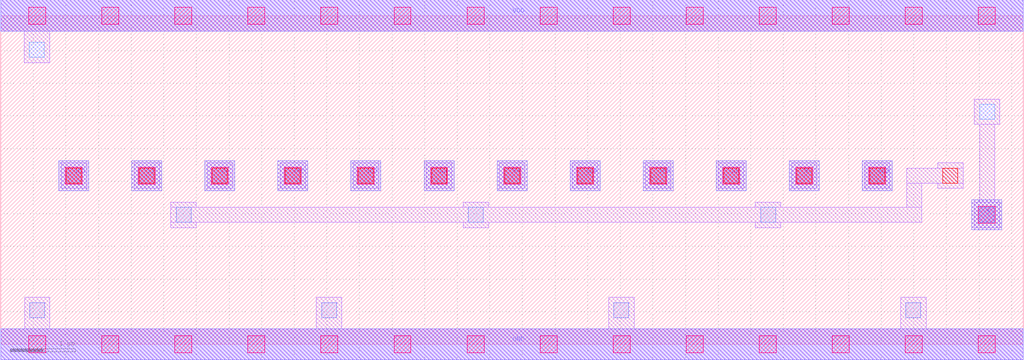
<source format=lef>
MACRO MUX6
 CLASS CORE ;
 FOREIGN MUX6 0 0 ;
 SIZE 15.68 BY 5.04 ;
 ORIGIN 0 0 ;
 SYMMETRY X Y R90 ;
 SITE unit ;
  PIN VDD
   DIRECTION INOUT ;
   USE POWER ;
   SHAPE ABUTMENT ;
    PORT
     CLASS CORE ;
       LAYER met1 ;
        RECT 0.00000000 4.80000000 15.68000000 5.28000000 ;
       LAYER met2 ;
        RECT 0.00000000 4.80000000 15.68000000 5.28000000 ;
    END
  END VDD

  PIN GND
   DIRECTION INOUT ;
   USE POWER ;
   SHAPE ABUTMENT ;
    PORT
     CLASS CORE ;
       LAYER met1 ;
        RECT 0.00000000 -0.24000000 15.68000000 0.24000000 ;
       LAYER met2 ;
        RECT 0.00000000 -0.24000000 15.68000000 0.24000000 ;
    END
  END GND

  PIN Z
   DIRECTION INOUT ;
   USE SIGNAL ;
   SHAPE ABUTMENT ;
    PORT
     CLASS CORE ;
       LAYER met2 ;
        RECT 14.89000000 1.75500000 15.35000000 2.21500000 ;
    END
  END Z

  PIN S2
   DIRECTION INOUT ;
   USE SIGNAL ;
   SHAPE ABUTMENT ;
    PORT
     CLASS CORE ;
       LAYER met2 ;
        RECT 12.09000000 2.35700000 12.55000000 2.81700000 ;
    END
  END S2

  PIN S5
   DIRECTION INOUT ;
   USE SIGNAL ;
   SHAPE ABUTMENT ;
    PORT
     CLASS CORE ;
       LAYER met2 ;
        RECT 10.97000000 2.35700000 11.43000000 2.81700000 ;
    END
  END S5

  PIN IN3
   DIRECTION INOUT ;
   USE SIGNAL ;
   SHAPE ABUTMENT ;
    PORT
     CLASS CORE ;
       LAYER met2 ;
        RECT 5.37000000 2.35700000 5.83000000 2.81700000 ;
    END
  END IN3

  PIN S0
   DIRECTION INOUT ;
   USE SIGNAL ;
   SHAPE ABUTMENT ;
    PORT
     CLASS CORE ;
       LAYER met2 ;
        RECT 3.13000000 2.35700000 3.59000000 2.81700000 ;
    END
  END S0

  PIN IN0
   DIRECTION INOUT ;
   USE SIGNAL ;
   SHAPE ABUTMENT ;
    PORT
     CLASS CORE ;
       LAYER met2 ;
        RECT 4.25000000 2.35700000 4.71000000 2.81700000 ;
    END
  END IN0

  PIN IN5
   DIRECTION INOUT ;
   USE SIGNAL ;
   SHAPE ABUTMENT ;
    PORT
     CLASS CORE ;
       LAYER met2 ;
        RECT 9.85000000 2.35700000 10.31000000 2.81700000 ;
    END
  END IN5

  PIN IN2
   DIRECTION INOUT ;
   USE SIGNAL ;
   SHAPE ABUTMENT ;
    PORT
     CLASS CORE ;
       LAYER met2 ;
        RECT 13.21000000 2.35700000 13.67000000 2.81700000 ;
    END
  END IN2

  PIN IN4
   DIRECTION INOUT ;
   USE SIGNAL ;
   SHAPE ABUTMENT ;
    PORT
     CLASS CORE ;
       LAYER met2 ;
        RECT 8.73000000 2.35700000 9.19000000 2.81700000 ;
    END
  END IN4

  PIN S1
   DIRECTION INOUT ;
   USE SIGNAL ;
   SHAPE ABUTMENT ;
    PORT
     CLASS CORE ;
       LAYER met2 ;
        RECT 2.01000000 2.35700000 2.47000000 2.81700000 ;
    END
  END S1

  PIN S4
   DIRECTION INOUT ;
   USE SIGNAL ;
   SHAPE ABUTMENT ;
    PORT
     CLASS CORE ;
       LAYER met2 ;
        RECT 7.61000000 2.35700000 8.07000000 2.81700000 ;
    END
  END S4

  PIN IN1
   DIRECTION INOUT ;
   USE SIGNAL ;
   SHAPE ABUTMENT ;
    PORT
     CLASS CORE ;
       LAYER met2 ;
        RECT 0.89000000 2.35700000 1.35000000 2.81700000 ;
    END
  END IN1

  PIN S3
   DIRECTION INOUT ;
   USE SIGNAL ;
   SHAPE ABUTMENT ;
    PORT
     CLASS CORE ;
       LAYER met2 ;
        RECT 6.49000000 2.35700000 6.95000000 2.81700000 ;
    END
  END S3

 OBS
    LAYER polycont ;
     RECT 1.00500000 2.47200000 1.23500000 2.70200000 ;
     RECT 2.12500000 2.47200000 2.35500000 2.70200000 ;
     RECT 3.24500000 2.47200000 3.47500000 2.70200000 ;
     RECT 4.36500000 2.47200000 4.59500000 2.70200000 ;
     RECT 5.48500000 2.47200000 5.71500000 2.70200000 ;
     RECT 6.60500000 2.47200000 6.83500000 2.70200000 ;
     RECT 7.72500000 2.47200000 7.95500000 2.70200000 ;
     RECT 8.84500000 2.47200000 9.07500000 2.70200000 ;
     RECT 9.96500000 2.47200000 10.19500000 2.70200000 ;
     RECT 11.08500000 2.47200000 11.31500000 2.70200000 ;
     RECT 12.20500000 2.47200000 12.43500000 2.70200000 ;
     RECT 13.32500000 2.47200000 13.55500000 2.70200000 ;
     RECT 14.44500000 2.47200000 14.67500000 2.70200000 ;

    LAYER pdiffc ;
     RECT 15.01000000 3.45000000 15.24000000 3.68000000 ;
     RECT 0.44000000 4.40000000 0.67000000 4.63000000 ;

    LAYER ndiffc ;
     RECT 0.44500000 0.41000000 0.67500000 0.64000000 ;
     RECT 4.92000000 0.41000000 5.15000000 0.64000000 ;
     RECT 9.40000000 0.41000000 9.63000000 0.64000000 ;
     RECT 13.88000000 0.41000000 14.11000000 0.64000000 ;
     RECT 2.69000000 1.87000000 2.92000000 2.10000000 ;
     RECT 7.17000000 1.87000000 7.40000000 2.10000000 ;
     RECT 11.65000000 1.87000000 11.88000000 2.10000000 ;
     RECT 15.00500000 1.87000000 15.23500000 2.10000000 ;

    LAYER met1 ;
     RECT 0.00000000 -0.24000000 15.68000000 0.24000000 ;
     RECT 0.36500000 0.24000000 0.75500000 0.72000000 ;
     RECT 4.84000000 0.24000000 5.23000000 0.72000000 ;
     RECT 9.32000000 0.24000000 9.71000000 0.72000000 ;
     RECT 13.80000000 0.24000000 14.19000000 0.72000000 ;
     RECT 0.92500000 2.39200000 1.31500000 2.78200000 ;
     RECT 2.04500000 2.39200000 2.43500000 2.78200000 ;
     RECT 3.16500000 2.39200000 3.55500000 2.78200000 ;
     RECT 4.28500000 2.39200000 4.67500000 2.78200000 ;
     RECT 5.40500000 2.39200000 5.79500000 2.78200000 ;
     RECT 6.52500000 2.39200000 6.91500000 2.78200000 ;
     RECT 7.64500000 2.39200000 8.03500000 2.78200000 ;
     RECT 8.76500000 2.39200000 9.15500000 2.78200000 ;
     RECT 9.88500000 2.39200000 10.27500000 2.78200000 ;
     RECT 11.00500000 2.39200000 11.39500000 2.78200000 ;
     RECT 12.12500000 2.39200000 12.51500000 2.78200000 ;
     RECT 13.24500000 2.39200000 13.63500000 2.78200000 ;
     RECT 2.61000000 1.79000000 3.00000000 1.87000000 ;
     RECT 7.09000000 1.79000000 7.48000000 1.87000000 ;
     RECT 11.57000000 1.79000000 11.96000000 1.87000000 ;
     RECT 2.61000000 1.87000000 14.12000000 2.10000000 ;
     RECT 2.61000000 2.10000000 3.00000000 2.18000000 ;
     RECT 7.09000000 2.10000000 7.48000000 2.18000000 ;
     RECT 11.57000000 2.10000000 11.96000000 2.18000000 ;
     RECT 13.89000000 2.10000000 14.12000000 2.47200000 ;
     RECT 14.36500000 2.39200000 14.75500000 2.47200000 ;
     RECT 13.89000000 2.47200000 14.75500000 2.70200000 ;
     RECT 14.36500000 2.70200000 14.75500000 2.78200000 ;
     RECT 14.92500000 1.79000000 15.31500000 2.18000000 ;
     RECT 15.01000000 2.18000000 15.24000000 3.37000000 ;
     RECT 14.93000000 3.37000000 15.32000000 3.76000000 ;
     RECT 0.36000000 4.32000000 0.75000000 4.80000000 ;
     RECT 0.00000000 4.80000000 15.68000000 5.28000000 ;

    LAYER via1 ;
     RECT 0.43000000 -0.13000000 0.69000000 0.13000000 ;
     RECT 1.55000000 -0.13000000 1.81000000 0.13000000 ;
     RECT 2.67000000 -0.13000000 2.93000000 0.13000000 ;
     RECT 3.79000000 -0.13000000 4.05000000 0.13000000 ;
     RECT 4.91000000 -0.13000000 5.17000000 0.13000000 ;
     RECT 6.03000000 -0.13000000 6.29000000 0.13000000 ;
     RECT 7.15000000 -0.13000000 7.41000000 0.13000000 ;
     RECT 8.27000000 -0.13000000 8.53000000 0.13000000 ;
     RECT 9.39000000 -0.13000000 9.65000000 0.13000000 ;
     RECT 10.51000000 -0.13000000 10.77000000 0.13000000 ;
     RECT 11.63000000 -0.13000000 11.89000000 0.13000000 ;
     RECT 12.75000000 -0.13000000 13.01000000 0.13000000 ;
     RECT 13.87000000 -0.13000000 14.13000000 0.13000000 ;
     RECT 14.99000000 -0.13000000 15.25000000 0.13000000 ;
     RECT 14.99000000 1.85500000 15.25000000 2.11500000 ;
     RECT 0.99000000 2.45700000 1.25000000 2.71700000 ;
     RECT 2.11000000 2.45700000 2.37000000 2.71700000 ;
     RECT 3.23000000 2.45700000 3.49000000 2.71700000 ;
     RECT 4.35000000 2.45700000 4.61000000 2.71700000 ;
     RECT 5.47000000 2.45700000 5.73000000 2.71700000 ;
     RECT 6.59000000 2.45700000 6.85000000 2.71700000 ;
     RECT 7.71000000 2.45700000 7.97000000 2.71700000 ;
     RECT 8.83000000 2.45700000 9.09000000 2.71700000 ;
     RECT 9.95000000 2.45700000 10.21000000 2.71700000 ;
     RECT 11.07000000 2.45700000 11.33000000 2.71700000 ;
     RECT 12.19000000 2.45700000 12.45000000 2.71700000 ;
     RECT 13.31000000 2.45700000 13.57000000 2.71700000 ;
     RECT 0.43000000 4.91000000 0.69000000 5.17000000 ;
     RECT 1.55000000 4.91000000 1.81000000 5.17000000 ;
     RECT 2.67000000 4.91000000 2.93000000 5.17000000 ;
     RECT 3.79000000 4.91000000 4.05000000 5.17000000 ;
     RECT 4.91000000 4.91000000 5.17000000 5.17000000 ;
     RECT 6.03000000 4.91000000 6.29000000 5.17000000 ;
     RECT 7.15000000 4.91000000 7.41000000 5.17000000 ;
     RECT 8.27000000 4.91000000 8.53000000 5.17000000 ;
     RECT 9.39000000 4.91000000 9.65000000 5.17000000 ;
     RECT 10.51000000 4.91000000 10.77000000 5.17000000 ;
     RECT 11.63000000 4.91000000 11.89000000 5.17000000 ;
     RECT 12.75000000 4.91000000 13.01000000 5.17000000 ;
     RECT 13.87000000 4.91000000 14.13000000 5.17000000 ;
     RECT 14.99000000 4.91000000 15.25000000 5.17000000 ;

    LAYER met2 ;
     RECT 0.00000000 -0.24000000 15.68000000 0.24000000 ;
     RECT 14.89000000 1.75500000 15.35000000 2.21500000 ;
     RECT 0.89000000 2.35700000 1.35000000 2.81700000 ;
     RECT 2.01000000 2.35700000 2.47000000 2.81700000 ;
     RECT 3.13000000 2.35700000 3.59000000 2.81700000 ;
     RECT 4.25000000 2.35700000 4.71000000 2.81700000 ;
     RECT 5.37000000 2.35700000 5.83000000 2.81700000 ;
     RECT 6.49000000 2.35700000 6.95000000 2.81700000 ;
     RECT 7.61000000 2.35700000 8.07000000 2.81700000 ;
     RECT 8.73000000 2.35700000 9.19000000 2.81700000 ;
     RECT 9.85000000 2.35700000 10.31000000 2.81700000 ;
     RECT 10.97000000 2.35700000 11.43000000 2.81700000 ;
     RECT 12.09000000 2.35700000 12.55000000 2.81700000 ;
     RECT 13.21000000 2.35700000 13.67000000 2.81700000 ;
     RECT 0.00000000 4.80000000 15.68000000 5.28000000 ;

 END
END MUX6

</source>
